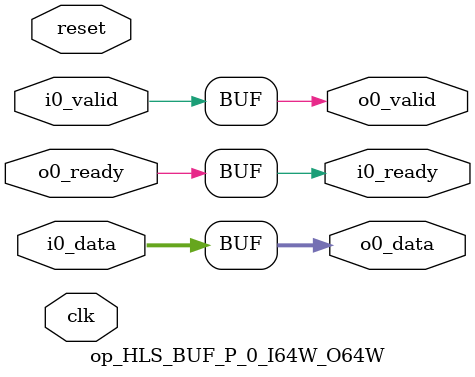
<source format=sv>
module op_HLS_BUF_P_0_I64W_O64W(	// git/chisel-template/src/main/scala/hls_float/hls_float.scala:521:7
  output        i0_ready,	// git/chisel-template/src/main/scala/hls_float/hls_float.scala:524:14
  input         i0_valid,	// git/chisel-template/src/main/scala/hls_float/hls_float.scala:524:14
  input  [63:0] i0_data,	// git/chisel-template/src/main/scala/hls_float/hls_float.scala:524:14
  input         o0_ready,	// git/chisel-template/src/main/scala/hls_float/hls_float.scala:525:14
  output        o0_valid,	// git/chisel-template/src/main/scala/hls_float/hls_float.scala:525:14
  output [63:0] o0_data,	// git/chisel-template/src/main/scala/hls_float/hls_float.scala:525:14
  input         clk,	// git/chisel-template/src/main/scala/hls_float/hls_float.scala:526:15
                reset	// git/chisel-template/src/main/scala/hls_float/hls_float.scala:527:17
);

  assign i0_ready = o0_ready;	// git/chisel-template/src/main/scala/hls_float/hls_float.scala:521:7
  assign o0_valid = i0_valid;	// git/chisel-template/src/main/scala/hls_float/hls_float.scala:521:7
  assign o0_data = i0_data;	// git/chisel-template/src/main/scala/hls_float/hls_float.scala:521:7
endmodule



</source>
